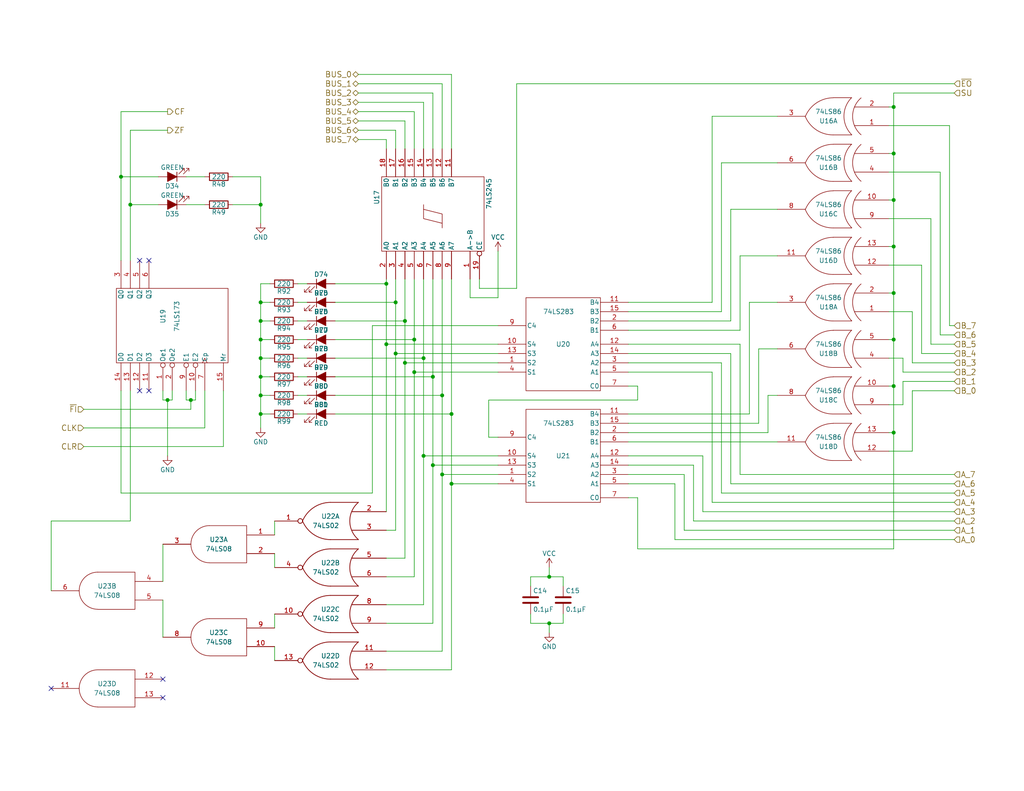
<source format=kicad_sch>
(kicad_sch (version 20230121) (generator eeschema)
  (paper "USLetter")
  (lib_symbols
    (symbol "8bit-computer-rescue:74LS02-8bit-computer-rescue" (pin_names (offset 0.762))
      (property "Reference" "U" (at 0 1.27 0))
      (property "Value" "8bit-computer-rescue:74LS02" (at 1.27 -1.27 0))
      (symbol "74LS02-8bit-computer-rescue_0_0"
        (pin power_in line (at -5.08 5.08 270) (length 0) hide (name "VCC") (number "14"))
        (pin power_in line (at -5.08 -5.08 90) (length 0) hide (name "GND") (number "7"))
      )
      (symbol "74LS02-8bit-computer-rescue_0_1"
        (arc (start -7.62 -5.08) (mid -5.2708 0) (end -7.62 5.08) (stroke (width 0.2032)))
        (arc (start 0 -5.08) (mid 4.5812 -3.6906) (end 7.62 0) (stroke (width 0.2032)))
        (polyline (pts (xy -7.62 -5.08) (xy 0 -5.08)) (stroke (width 0.2032)))
        (polyline (pts (xy -7.62 5.08) (xy 0 5.08)) (stroke (width 0.2032)))
        (arc (start 7.62 0) (mid 4.5727 3.6819) (end 0 5.08) (stroke (width 0.2032)))
      )
      (symbol "74LS02-8bit-computer-rescue_0_2"
        (polyline (pts (xy 2.54 5.08) (xy -7.62 5.08) (xy -7.62 -5.08) (xy 2.54 -5.08)) (stroke (width 0.2032)))
        (arc (start 2.5654 -5.0546) (mid 7.5947 0.0001) (end 2.5654 5.08) (stroke (width 0.2032)))
      )
      (symbol "74LS02-8bit-computer-rescue_1_1"
        (pin output inverted (at 15.24 0 180) (length 7.62) (name "~") (number "1"))
        (pin input line (at -15.24 2.54 0) (length 9.398) (name "~") (number "2"))
        (pin input line (at -15.24 -2.54 0) (length 9.398) (name "~") (number "3"))
      )
      (symbol "74LS02-8bit-computer-rescue_1_2"
        (pin output line (at 15.24 0 180) (length 7.62) (name "~") (number "1"))
        (pin input inverted (at -15.24 2.54 0) (length 7.62) (name "~") (number "2"))
        (pin input inverted (at -15.24 -2.54 0) (length 7.62) (name "~") (number "3"))
      )
      (symbol "74LS02-8bit-computer-rescue_2_1"
        (pin output inverted (at 15.24 0 180) (length 7.62) (name "~") (number "4"))
        (pin input line (at -15.24 2.54 0) (length 9.398) (name "~") (number "5"))
        (pin input line (at -15.24 -2.54 0) (length 9.398) (name "~") (number "6"))
      )
      (symbol "74LS02-8bit-computer-rescue_2_2"
        (pin output line (at 15.24 0 180) (length 7.62) (name "~") (number "4"))
        (pin input inverted (at -15.24 2.54 0) (length 7.62) (name "~") (number "5"))
        (pin input inverted (at -15.24 -2.54 0) (length 7.62) (name "~") (number "6"))
      )
      (symbol "74LS02-8bit-computer-rescue_3_1"
        (pin output inverted (at 15.24 0 180) (length 7.62) (name "~") (number "10"))
        (pin input line (at -15.24 2.54 0) (length 9.398) (name "~") (number "8"))
        (pin input line (at -15.24 -2.54 0) (length 9.398) (name "~") (number "9"))
      )
      (symbol "74LS02-8bit-computer-rescue_3_2"
        (pin output line (at 15.24 0 180) (length 7.62) (name "~") (number "10"))
        (pin input inverted (at -15.24 2.54 0) (length 7.62) (name "~") (number "8"))
        (pin input inverted (at -15.24 -2.54 0) (length 7.62) (name "~") (number "9"))
      )
      (symbol "74LS02-8bit-computer-rescue_4_1"
        (pin input line (at -15.24 2.54 0) (length 9.398) (name "~") (number "11"))
        (pin input line (at -15.24 -2.54 0) (length 9.398) (name "~") (number "12"))
        (pin output inverted (at 15.24 0 180) (length 7.62) (name "~") (number "13"))
      )
      (symbol "74LS02-8bit-computer-rescue_4_2"
        (pin input inverted (at -15.24 2.54 0) (length 7.62) (name "~") (number "11"))
        (pin input inverted (at -15.24 -2.54 0) (length 7.62) (name "~") (number "12"))
        (pin output line (at 15.24 0 180) (length 7.62) (name "~") (number "13"))
      )
    )
    (symbol "8bit-computer-rescue:74LS08-8bit-computer-rescue" (pin_names (offset 0.762))
      (property "Reference" "U" (at 0 1.27 0))
      (property "Value" "8bit-computer-rescue:74LS08" (at 0 -1.27 0))
      (symbol "74LS08-8bit-computer-rescue_0_0"
        (pin power_in line (at -5.08 5.08 90) (length 0) hide (name "VCC") (number "14"))
        (pin power_in line (at -5.08 -5.08 90) (length 0) hide (name "GND") (number "7"))
      )
      (symbol "74LS08-8bit-computer-rescue_0_1"
        (polyline (pts (xy 2.54 5.08) (xy -7.62 5.08) (xy -7.62 -5.08) (xy 2.54 -5.08)))
        (arc (start 2.5654 -5.0546) (mid 7.5947 0.0001) (end 2.5654 5.08))
      )
      (symbol "74LS08-8bit-computer-rescue_0_2"
        (arc (start -7.62 -5.0292) (mid -5.3094 0.0082) (end -7.62 5.0546))
        (arc (start 0 -5.0546) (mid 4.5632 -3.6449) (end 7.5946 0.0508))
        (polyline (pts (xy -7.62 -5.08) (xy 0 -5.08)))
        (polyline (pts (xy -7.62 5.08) (xy 0 5.08)))
        (arc (start 7.62 0) (mid 4.6132 3.6946) (end 0.0508 5.08))
      )
      (symbol "74LS08-8bit-computer-rescue_1_1"
        (pin input line (at -15.24 2.54 0) (length 7.62) (name "~") (number "1"))
        (pin input line (at -15.24 -2.54 0) (length 7.62) (name "~") (number "2"))
        (pin output line (at 15.24 0 180) (length 7.62) (name "~") (number "3"))
      )
      (symbol "74LS08-8bit-computer-rescue_1_2"
        (pin input inverted (at -15.24 2.54 0) (length 9.398) (name "~") (number "1"))
        (pin input inverted (at -15.24 -2.54 0) (length 9.398) (name "~") (number "2"))
        (pin output inverted (at 15.24 0 180) (length 7.62) (name "~") (number "3"))
      )
      (symbol "74LS08-8bit-computer-rescue_2_1"
        (pin input line (at -15.24 2.54 0) (length 7.62) (name "~") (number "4"))
        (pin input line (at -15.24 -2.54 0) (length 7.62) (name "~") (number "5"))
        (pin output line (at 15.24 0 180) (length 7.62) (name "~") (number "6"))
      )
      (symbol "74LS08-8bit-computer-rescue_2_2"
        (pin input inverted (at -15.24 2.54 0) (length 9.398) (name "~") (number "4"))
        (pin input inverted (at -15.24 -2.54 0) (length 9.398) (name "~") (number "5"))
        (pin output inverted (at 15.24 0 180) (length 7.62) (name "~") (number "6"))
      )
      (symbol "74LS08-8bit-computer-rescue_3_1"
        (pin input line (at -15.24 -2.54 0) (length 7.62) (name "~") (number "10"))
        (pin output line (at 15.24 0 180) (length 7.62) (name "~") (number "8"))
        (pin input line (at -15.24 2.54 0) (length 7.62) (name "~") (number "9"))
      )
      (symbol "74LS08-8bit-computer-rescue_3_2"
        (pin input inverted (at -15.24 -2.54 0) (length 9.398) (name "~") (number "10"))
        (pin output inverted (at 15.24 0 180) (length 7.62) (name "~") (number "8"))
        (pin input inverted (at -15.24 2.54 0) (length 9.398) (name "~") (number "9"))
      )
      (symbol "74LS08-8bit-computer-rescue_4_1"
        (pin output line (at 15.24 0 180) (length 7.62) (name "~") (number "11"))
        (pin input line (at -15.24 2.54 0) (length 7.62) (name "~") (number "12"))
        (pin input line (at -15.24 -2.54 0) (length 7.62) (name "~") (number "13"))
      )
      (symbol "74LS08-8bit-computer-rescue_4_2"
        (pin output inverted (at 15.24 0 180) (length 7.62) (name "~") (number "11"))
        (pin input inverted (at -15.24 2.54 0) (length 9.398) (name "~") (number "12"))
        (pin input inverted (at -15.24 -2.54 0) (length 9.398) (name "~") (number "13"))
      )
    )
    (symbol "8bit-computer-rescue:74LS173-8bit-computer-rescue" (pin_names (offset 0.254))
      (property "Reference" "U" (at 2.54 2.54 0))
      (property "Value" "8bit-computer-rescue:74LS173" (at 2.54 -1.27 0))
      (symbol "74LS173-8bit-computer-rescue_0_0"
        (pin power_in line (at -7.62 15.24 90) (length 0) hide (name "VCC") (number "16"))
        (pin power_in line (at -7.62 -15.24 90) (length 0) hide (name "GND") (number "8"))
      )
      (symbol "74LS173-8bit-computer-rescue_0_1"
        (rectangle (start -10.16 15.24) (end 10.16 -15.24))
      )
      (symbol "74LS173-8bit-computer-rescue_1_1"
        (pin input inverted (at -17.78 2.54 0) (length 7.62) (name "Oe1") (number "1"))
        (pin input inverted (at -17.78 -6.35 0) (length 7.62) (name "E2") (number "10"))
        (pin input line (at -17.78 6.35 0) (length 7.62) (name "D3") (number "11"))
        (pin input line (at -17.78 8.89 0) (length 7.62) (name "D2") (number "12"))
        (pin input line (at -17.78 11.43 0) (length 7.62) (name "D1") (number "13"))
        (pin input line (at -17.78 13.97 0) (length 7.62) (name "D0") (number "14"))
        (pin input line (at -17.78 -13.97 0) (length 7.62) (name "Mr") (number "15"))
        (pin input inverted (at -17.78 0 0) (length 7.62) (name "Oe2") (number "2"))
        (pin tri_state line (at 17.78 13.97 180) (length 7.62) (name "Q0") (number "3"))
        (pin tri_state line (at 17.78 11.43 180) (length 7.62) (name "Q1") (number "4"))
        (pin tri_state line (at 17.78 8.89 180) (length 7.62) (name "Q2") (number "5"))
        (pin tri_state line (at 17.78 6.35 180) (length 7.62) (name "Q3") (number "6"))
        (pin input clock (at -17.78 -8.89 0) (length 7.62) (name "Cp") (number "7"))
        (pin input inverted (at -17.78 -3.81 0) (length 7.62) (name "E1") (number "9"))
      )
    )
    (symbol "8bit-computer-rescue:74LS245-8bit-computer-rescue" (pin_names (offset 0.254))
      (property "Reference" "U" (at 2.54 14.605 0))
      (property "Value" "8bit-computer-rescue:74LS245" (at 1.27 -14.605 0))
      (symbol "74LS245-8bit-computer-rescue_0_0"
        (pin power_in line (at 0 -13.97 90) (length 0) hide (name "GND") (number "10"))
        (pin power_in line (at 0 13.97 270) (length 0) hide (name "VCC") (number "20"))
      )
      (symbol "74LS245-8bit-computer-rescue_0_1"
        (rectangle (start -10.16 13.97) (end 10.16 -13.97))
        (polyline (pts (xy 1.27 2.54) (xy 0 -2.54) (xy -2.54 -2.54)))
        (polyline (pts (xy 2.54 2.54) (xy -1.27 2.54) (xy -2.54 -2.54) (xy -3.81 -2.54)))
      )
      (symbol "74LS245-8bit-computer-rescue_1_1"
        (pin input line (at -17.78 -10.16 0) (length 7.62) (name "A->B") (number "1"))
        (pin tri_state line (at 17.78 -5.08 180) (length 7.62) (name "B7") (number "11"))
        (pin tri_state line (at 17.78 -2.54 180) (length 7.62) (name "B6") (number "12"))
        (pin tri_state line (at 17.78 0 180) (length 7.62) (name "B5") (number "13"))
        (pin tri_state line (at 17.78 2.54 180) (length 7.62) (name "B4") (number "14"))
        (pin tri_state line (at 17.78 5.08 180) (length 7.62) (name "B3") (number "15"))
        (pin tri_state line (at 17.78 7.62 180) (length 7.62) (name "B2") (number "16"))
        (pin tri_state line (at 17.78 10.16 180) (length 7.62) (name "B1") (number "17"))
        (pin tri_state line (at 17.78 12.7 180) (length 7.62) (name "B0") (number "18"))
        (pin input inverted (at -17.78 -12.7 0) (length 7.62) (name "CE") (number "19"))
        (pin tri_state line (at -17.78 12.7 0) (length 7.62) (name "A0") (number "2"))
        (pin tri_state line (at -17.78 10.16 0) (length 7.62) (name "A1") (number "3"))
        (pin tri_state line (at -17.78 7.62 0) (length 7.62) (name "A2") (number "4"))
        (pin tri_state line (at -17.78 5.08 0) (length 7.62) (name "A3") (number "5"))
        (pin tri_state line (at -17.78 2.54 0) (length 7.62) (name "A4") (number "6"))
        (pin tri_state line (at -17.78 0 0) (length 7.62) (name "A5") (number "7"))
        (pin tri_state line (at -17.78 -2.54 0) (length 7.62) (name "A6") (number "8"))
        (pin tri_state line (at -17.78 -5.08 0) (length 7.62) (name "A7") (number "9"))
      )
    )
    (symbol "8bit-computer-rescue:74LS283-8bit-computer-rescue" (pin_names (offset 0.254))
      (property "Reference" "U" (at 0 0 0))
      (property "Value" "8bit-computer-rescue:74LS283" (at 1.27 -8.89 0))
      (symbol "74LS283-8bit-computer-rescue_0_0"
        (pin power_in line (at -7.62 12.7 90) (length 0) hide (name "VCC") (number "16"))
        (pin power_in line (at -7.62 -12.7 90) (length 0) hide (name "GND") (number "8"))
      )
      (symbol "74LS283-8bit-computer-rescue_0_1"
        (rectangle (start -10.16 12.7) (end 10.16 -12.7))
      )
      (symbol "74LS283-8bit-computer-rescue_1_1"
        (pin output line (at 17.78 5.08 180) (length 7.62) (name "S2") (number "1"))
        (pin output line (at 17.78 0 180) (length 7.62) (name "S4") (number "10"))
        (pin input line (at -17.78 -11.43 0) (length 7.62) (name "B4") (number "11"))
        (pin input line (at -17.78 0 0) (length 7.62) (name "A4") (number "12"))
        (pin output line (at 17.78 2.54 180) (length 7.62) (name "S3") (number "13"))
        (pin input line (at -17.78 2.54 0) (length 7.62) (name "A3") (number "14"))
        (pin input line (at -17.78 -8.89 0) (length 7.62) (name "B3") (number "15"))
        (pin input line (at -17.78 -6.35 0) (length 7.62) (name "B2") (number "2"))
        (pin input line (at -17.78 5.08 0) (length 7.62) (name "A2") (number "3"))
        (pin output line (at 17.78 7.62 180) (length 7.62) (name "S1") (number "4"))
        (pin input line (at -17.78 7.62 0) (length 7.62) (name "A1") (number "5"))
        (pin input line (at -17.78 -3.81 0) (length 7.62) (name "B1") (number "6"))
        (pin input line (at -17.78 11.43 0) (length 7.62) (name "C0") (number "7"))
        (pin output line (at 17.78 -5.08 180) (length 7.62) (name "C4") (number "9"))
      )
    )
    (symbol "8bit-computer-rescue:74LS86-8bit-computer-rescue" (pin_names (offset 0.762) hide)
      (property "Reference" "U" (at 1.27 1.27 0))
      (property "Value" "8bit-computer-rescue:74LS86" (at 1.27 -1.27 0))
      (symbol "74LS86-8bit-computer-rescue_0_0"
        (pin power_in line (at -5.08 5.08 270) (length 0) hide (name "VCC") (number "14"))
        (pin power_in line (at -5.08 -5.08 90) (length 0) hide (name "GND") (number "7"))
      )
      (symbol "74LS86-8bit-computer-rescue_0_1"
        (arc (start -7.62 -5.0292) (mid -5.3094 0.0082) (end -7.62 5.0546))
        (arc (start -5.0292 -5.08) (mid -2.9462 -0.006) (end -5.08 5.0546))
        (arc (start 0 -5.0546) (mid 4.5632 -3.6449) (end 7.5946 0.0508))
        (polyline (pts (xy -5.08 -5.08) (xy 0 -5.08)))
        (polyline (pts (xy -5.08 5.08) (xy 0 5.08)))
        (arc (start 7.62 0) (mid 4.6132 3.6946) (end 0.0508 5.08))
      )
      (symbol "74LS86-8bit-computer-rescue_1_1"
        (pin input line (at -15.24 2.54 0) (length 9.398) (name "IN1") (number "1"))
        (pin input line (at -15.24 -2.54 0) (length 9.398) (name "IN2") (number "2"))
        (pin output line (at 15.24 0 180) (length 7.62) (name "OUT") (number "3"))
      )
      (symbol "74LS86-8bit-computer-rescue_2_1"
        (pin input line (at -15.24 2.54 0) (length 9.398) (name "IN1") (number "4"))
        (pin input line (at -15.24 -2.54 0) (length 9.398) (name "IN2") (number "5"))
        (pin output line (at 15.24 0 180) (length 7.62) (name "OUT") (number "6"))
      )
      (symbol "74LS86-8bit-computer-rescue_3_1"
        (pin input line (at -15.24 -2.54 0) (length 9.398) (name "IN2") (number "10"))
        (pin output line (at 15.24 0 180) (length 7.62) (name "OUT") (number "8"))
        (pin input line (at -15.24 2.54 0) (length 9.398) (name "IN1") (number "9"))
      )
      (symbol "74LS86-8bit-computer-rescue_4_1"
        (pin output line (at 15.24 0 180) (length 7.62) (name "OUT") (number "11"))
        (pin input line (at -15.24 2.54 0) (length 9.398) (name "IN1") (number "12"))
        (pin input line (at -15.24 -2.54 0) (length 9.398) (name "IN2") (number "13"))
      )
    )
    (symbol "8bit-computer-rescue:LED_ALT-Device" (pin_numbers hide) (pin_names (offset 1.016) hide)
      (property "Reference" "D" (at 0 2.54 0))
      (property "Value" "Device:LED_ALT" (at 0 -2.54 0))
      (symbol "LED_ALT-Device_0_1"
        (polyline (pts (xy -1.27 -1.27) (xy -1.27 1.27)) (stroke (width 0.2032)))
        (polyline (pts (xy -1.27 0) (xy 1.27 0)))
        (polyline (pts (xy 1.27 -1.27) (xy 1.27 1.27) (xy -1.27 0) (xy 1.27 -1.27)) (stroke (width 0.2032)) (fill (type outline)))
        (polyline (pts (xy -3.048 -0.762) (xy -4.572 -2.286) (xy -3.81 -2.286) (xy -4.572 -2.286) (xy -4.572 -1.524)))
        (polyline (pts (xy -1.778 -0.762) (xy -3.302 -2.286) (xy -2.54 -2.286) (xy -3.302 -2.286) (xy -3.302 -1.524)))
      )
      (symbol "LED_ALT-Device_1_1"
        (pin passive line (at -3.81 0 0) (length 2.54) (name "K") (number "1"))
        (pin passive line (at 3.81 0 180) (length 2.54) (name "A") (number "2"))
      )
    )
    (symbol "Device:C" (pin_numbers hide) (pin_names (offset 0.254))
      (property "Reference" "C" (at 0.635 2.54 0))
      (property "Value" "C" (at 0.635 -2.54 0))
      (symbol "C_0_1"
        (polyline (pts (xy -2.032 -0.762) (xy 2.032 -0.762)) (stroke (width 0.508)))
        (polyline (pts (xy -2.032 0.762) (xy 2.032 0.762)) (stroke (width 0.508)))
      )
      (symbol "C_1_1"
        (pin passive line (at 0 3.81 270) (length 2.794) (name "~") (number "1"))
        (pin passive line (at 0 -3.81 90) (length 2.794) (name "~") (number "2"))
      )
    )
    (symbol "Device:R" (pin_numbers hide) (pin_names (offset 0))
      (property "Reference" "R" (at 2.032 0 90))
      (property "Value" "R" (at 0 0 90))
      (symbol "R_0_1"
        (rectangle (start -1.016 -2.54) (end 1.016 2.54) (stroke (width 0.254)))
      )
      (symbol "R_1_1"
        (pin passive line (at 0 3.81 270) (length 1.27) (name "~") (number "1"))
        (pin passive line (at 0 -3.81 90) (length 1.27) (name "~") (number "2"))
      )
    )
    (symbol "power:GND" (power) (pin_names (offset 0))
      (property "Value" "GND" (at 0 -3.81 0))
      (symbol "GND_0_1"
        (polyline (pts (xy 0 0) (xy 0 -1.27) (xy 1.27 -1.27) (xy 0 -2.54) (xy -1.27 -1.27) (xy 0 -1.27)))
      )
      (symbol "GND_1_1"
        (pin power_in line (at 0 0 270) (length 0) hide (name "GND") (number "1"))
      )
    )
    (symbol "power:VCC" (power) (pin_names (offset 0))
      (property "Value" "VCC" (at 0 3.81 0))
      (symbol "VCC_0_1"
        (polyline (pts (xy -0.762 1.27) (xy 0 2.54)))
        (polyline (pts (xy 0 0) (xy 0 2.54)))
        (polyline (pts (xy 0 2.54) (xy 0.762 1.27)))
      )
      (symbol "VCC_1_1"
        (pin power_in line (at 0 0 90) (length 0) hide (name "VCC") (number "1"))
      )
    )
  )
  (junction (at 52.07 109.22))
  (junction (at 115.57 97.79))
  (junction (at 71.12 87.63))
  (junction (at 35.56 55.88))
  (junction (at 115.57 124.46))
  (junction (at 243.84 67.31))
  (junction (at 123.19 113.03))
  (junction (at 110.49 87.63))
  (junction (at 71.12 97.79))
  (junction (at 243.84 54.61))
  (junction (at 71.12 107.95))
  (junction (at 113.03 92.71))
  (junction (at 110.49 99.06))
  (junction (at 118.11 127))
  (junction (at 149.86 170.18))
  (junction (at 243.84 41.91))
  (junction (at 33.02 48.26))
  (junction (at 71.12 92.71))
  (junction (at 105.41 93.98))
  (junction (at 107.95 96.52))
  (junction (at 113.03 101.6))
  (junction (at 71.12 113.03))
  (junction (at 118.11 102.87))
  (junction (at 71.12 102.87))
  (junction (at 243.84 118.11))
  (junction (at 243.84 92.71))
  (junction (at 71.12 82.55))
  (junction (at 123.19 132.08))
  (junction (at 243.84 29.21))
  (junction (at 107.95 82.55))
  (junction (at 243.84 105.41))
  (junction (at 45.72 109.22))
  (junction (at 120.65 129.54))
  (junction (at 105.41 77.47))
  (junction (at 149.86 157.48))
  (junction (at 243.84 80.01))
  (junction (at 120.65 107.95))
  (junction (at 71.12 55.88))
  (no_connect (at 40.64 71.12))
  (no_connect (at 44.45 185.42))
  (no_connect (at 38.1 106.68))
  (no_connect (at 40.64 106.68))
  (no_connect (at 13.97 187.96))
  (no_connect (at 38.1 71.12))
  (no_connect (at 44.45 190.5))
  (wire (pts (xy 81.28 77.47) (xy 83.82 77.47)))
  (wire (pts (xy 97.79 20.32) (xy 123.19 20.32)))
  (wire (pts (xy 123.19 76.2) (xy 123.19 113.03)))
  (wire (pts (xy 248.92 85.09) (xy 248.92 99.06)))
  (wire (pts (xy 71.12 92.71) (xy 71.12 87.63)))
  (wire (pts (xy 115.57 124.46) (xy 115.57 165.1)))
  (wire (pts (xy 191.77 124.46) (xy 191.77 139.7)))
  (wire (pts (xy 115.57 124.46) (xy 135.89 124.46)))
  (wire (pts (xy 81.28 97.79) (xy 83.82 97.79)))
  (wire (pts (xy 171.45 132.08) (xy 184.15 132.08)))
  (wire (pts (xy 74.93 176.53) (xy 74.93 180.34)))
  (wire (pts (xy 118.11 127) (xy 135.89 127)))
  (wire (pts (xy 243.84 29.21) (xy 243.84 41.91)))
  (wire (pts (xy 120.65 129.54) (xy 120.65 177.8)))
  (wire (pts (xy 207.01 95.25) (xy 212.09 95.25)))
  (wire (pts (xy 97.79 30.48) (xy 113.03 30.48)))
  (wire (pts (xy 107.95 96.52) (xy 107.95 144.78)))
  (wire (pts (xy 120.65 129.54) (xy 135.89 129.54)))
  (wire (pts (xy 74.93 167.64) (xy 74.93 171.45)))
  (wire (pts (xy 55.88 116.84) (xy 55.88 106.68)))
  (wire (pts (xy 115.57 97.79) (xy 115.57 124.46)))
  (wire (pts (xy 73.66 113.03) (xy 71.12 113.03)))
  (wire (pts (xy 196.85 44.45) (xy 212.09 44.45)))
  (wire (pts (xy 144.78 157.48) (xy 149.86 157.48)))
  (wire (pts (xy 71.12 77.47) (xy 73.66 77.47)))
  (wire (pts (xy 171.45 118.11) (xy 209.55 118.11)))
  (wire (pts (xy 242.57 110.49) (xy 246.38 110.49)))
  (wire (pts (xy 43.18 55.88) (xy 35.56 55.88)))
  (wire (pts (xy 118.11 127) (xy 118.11 170.18)))
  (wire (pts (xy 120.65 177.8) (xy 105.41 177.8)))
  (wire (pts (xy 123.19 20.32) (xy 123.19 40.64)))
  (wire (pts (xy 149.86 170.18) (xy 153.67 170.18)))
  (wire (pts (xy 259.08 88.9) (xy 260.35 88.9)))
  (wire (pts (xy 171.45 87.63) (xy 199.39 87.63)))
  (wire (pts (xy 171.45 127) (xy 189.23 127)))
  (wire (pts (xy 33.02 134.62) (xy 33.02 106.68)))
  (wire (pts (xy 140.97 22.86) (xy 140.97 78.74)))
  (wire (pts (xy 107.95 96.52) (xy 135.89 96.52)))
  (wire (pts (xy 91.44 87.63) (xy 110.49 87.63)))
  (wire (pts (xy 46.99 109.22) (xy 46.99 106.68)))
  (wire (pts (xy 144.78 160.02) (xy 144.78 157.48)))
  (wire (pts (xy 135.89 88.9) (xy 101.6 88.9)))
  (wire (pts (xy 63.5 48.26) (xy 71.12 48.26)))
  (wire (pts (xy 242.57 34.29) (xy 259.08 34.29)))
  (wire (pts (xy 243.84 41.91) (xy 243.84 54.61)))
  (wire (pts (xy 196.85 134.62) (xy 260.35 134.62)))
  (wire (pts (xy 33.02 48.26) (xy 33.02 71.12)))
  (wire (pts (xy 113.03 157.48) (xy 105.41 157.48)))
  (wire (pts (xy 173.99 135.89) (xy 171.45 135.89)))
  (wire (pts (xy 107.95 82.55) (xy 107.95 96.52)))
  (wire (pts (xy 115.57 27.94) (xy 115.57 40.64)))
  (wire (pts (xy 171.45 99.06) (xy 196.85 99.06)))
  (wire (pts (xy 113.03 30.48) (xy 113.03 40.64)))
  (wire (pts (xy 120.65 76.2) (xy 120.65 107.95)))
  (wire (pts (xy 45.72 30.48) (xy 33.02 30.48)))
  (wire (pts (xy 81.28 82.55) (xy 83.82 82.55)))
  (wire (pts (xy 153.67 170.18) (xy 153.67 167.64)))
  (wire (pts (xy 107.95 35.56) (xy 107.95 40.64)))
  (wire (pts (xy 246.38 110.49) (xy 246.38 104.14)))
  (wire (pts (xy 123.19 132.08) (xy 135.89 132.08)))
  (wire (pts (xy 71.12 55.88) (xy 71.12 60.96)))
  (wire (pts (xy 243.84 25.4) (xy 260.35 25.4)))
  (wire (pts (xy 243.84 80.01) (xy 243.84 92.71)))
  (wire (pts (xy 194.31 82.55) (xy 194.31 31.75)))
  (wire (pts (xy 110.49 152.4) (xy 105.41 152.4)))
  (wire (pts (xy 243.84 80.01) (xy 242.57 80.01)))
  (wire (pts (xy 81.28 87.63) (xy 83.82 87.63)))
  (wire (pts (xy 133.35 119.38) (xy 133.35 109.22)))
  (wire (pts (xy 13.97 161.29) (xy 13.97 142.24)))
  (wire (pts (xy 243.84 54.61) (xy 243.84 67.31)))
  (wire (pts (xy 201.93 69.85) (xy 212.09 69.85)))
  (wire (pts (xy 97.79 22.86) (xy 120.65 22.86)))
  (wire (pts (xy 243.84 41.91) (xy 242.57 41.91)))
  (wire (pts (xy 115.57 165.1) (xy 105.41 165.1)))
  (wire (pts (xy 251.46 72.39) (xy 251.46 96.52)))
  (wire (pts (xy 105.41 76.2) (xy 105.41 77.47)))
  (wire (pts (xy 120.65 107.95) (xy 120.65 129.54)))
  (wire (pts (xy 91.44 92.71) (xy 113.03 92.71)))
  (wire (pts (xy 44.45 109.22) (xy 45.72 109.22)))
  (wire (pts (xy 107.95 76.2) (xy 107.95 82.55)))
  (wire (pts (xy 71.12 55.88) (xy 63.5 55.88)))
  (wire (pts (xy 189.23 127) (xy 189.23 142.24)))
  (wire (pts (xy 248.92 106.68) (xy 248.92 123.19)))
  (wire (pts (xy 71.12 92.71) (xy 73.66 92.71)))
  (wire (pts (xy 13.97 142.24) (xy 35.56 142.24)))
  (wire (pts (xy 149.86 157.48) (xy 153.67 157.48)))
  (wire (pts (xy 243.84 67.31) (xy 243.84 80.01)))
  (wire (pts (xy 105.41 38.1) (xy 105.41 40.64)))
  (wire (pts (xy 256.54 91.44) (xy 260.35 91.44)))
  (wire (pts (xy 91.44 107.95) (xy 120.65 107.95)))
  (wire (pts (xy 71.12 102.87) (xy 73.66 102.87)))
  (wire (pts (xy 74.93 151.13) (xy 74.93 154.94)))
  (wire (pts (xy 110.49 99.06) (xy 135.89 99.06)))
  (wire (pts (xy 243.84 29.21) (xy 242.57 29.21)))
  (wire (pts (xy 149.86 154.94) (xy 149.86 157.48)))
  (wire (pts (xy 118.11 102.87) (xy 118.11 127)))
  (wire (pts (xy 35.56 142.24) (xy 35.56 106.68)))
  (wire (pts (xy 260.35 106.68) (xy 248.92 106.68)))
  (wire (pts (xy 171.45 101.6) (xy 194.31 101.6)))
  (wire (pts (xy 55.88 55.88) (xy 50.8 55.88)))
  (wire (pts (xy 101.6 88.9) (xy 101.6 134.62)))
  (wire (pts (xy 71.12 87.63) (xy 71.12 82.55)))
  (wire (pts (xy 242.57 46.99) (xy 256.54 46.99)))
  (wire (pts (xy 199.39 132.08) (xy 260.35 132.08)))
  (wire (pts (xy 153.67 157.48) (xy 153.67 160.02)))
  (wire (pts (xy 194.31 31.75) (xy 212.09 31.75)))
  (wire (pts (xy 254 59.69) (xy 254 93.98)))
  (wire (pts (xy 130.81 76.2) (xy 130.81 78.74)))
  (wire (pts (xy 144.78 170.18) (xy 149.86 170.18)))
  (wire (pts (xy 81.28 113.03) (xy 83.82 113.03)))
  (wire (pts (xy 171.45 120.65) (xy 212.09 120.65)))
  (wire (pts (xy 22.86 121.92) (xy 60.96 121.92)))
  (wire (pts (xy 71.12 82.55) (xy 71.12 77.47)))
  (wire (pts (xy 118.11 170.18) (xy 105.41 170.18)))
  (wire (pts (xy 171.45 96.52) (xy 199.39 96.52)))
  (wire (pts (xy 189.23 142.24) (xy 260.35 142.24)))
  (wire (pts (xy 105.41 77.47) (xy 105.41 93.98)))
  (wire (pts (xy 191.77 139.7) (xy 260.35 139.7)))
  (wire (pts (xy 194.31 101.6) (xy 194.31 137.16)))
  (wire (pts (xy 186.69 144.78) (xy 260.35 144.78)))
  (wire (pts (xy 123.19 113.03) (xy 123.19 132.08)))
  (wire (pts (xy 173.99 109.22) (xy 173.99 105.41)))
  (wire (pts (xy 97.79 25.4) (xy 118.11 25.4)))
  (wire (pts (xy 50.8 109.22) (xy 52.07 109.22)))
  (wire (pts (xy 71.12 97.79) (xy 71.12 92.71)))
  (wire (pts (xy 45.72 109.22) (xy 45.72 124.46)))
  (wire (pts (xy 246.38 97.79) (xy 246.38 101.6)))
  (wire (pts (xy 110.49 76.2) (xy 110.49 87.63)))
  (wire (pts (xy 171.45 115.57) (xy 207.01 115.57)))
  (wire (pts (xy 242.57 97.79) (xy 246.38 97.79)))
  (wire (pts (xy 246.38 101.6) (xy 260.35 101.6)))
  (wire (pts (xy 171.45 85.09) (xy 196.85 85.09)))
  (wire (pts (xy 171.45 93.98) (xy 201.93 93.98)))
  (wire (pts (xy 44.45 148.59) (xy 44.45 158.75)))
  (wire (pts (xy 186.69 129.54) (xy 186.69 144.78)))
  (wire (pts (xy 113.03 76.2) (xy 113.03 92.71)))
  (wire (pts (xy 128.27 81.28) (xy 135.89 81.28)))
  (wire (pts (xy 73.66 107.95) (xy 71.12 107.95)))
  (wire (pts (xy 196.85 85.09) (xy 196.85 44.45)))
  (wire (pts (xy 22.86 116.84) (xy 55.88 116.84)))
  (wire (pts (xy 81.28 107.95) (xy 83.82 107.95)))
  (wire (pts (xy 199.39 57.15) (xy 212.09 57.15)))
  (wire (pts (xy 91.44 102.87) (xy 118.11 102.87)))
  (wire (pts (xy 50.8 48.26) (xy 55.88 48.26)))
  (wire (pts (xy 201.93 129.54) (xy 260.35 129.54)))
  (wire (pts (xy 113.03 92.71) (xy 113.03 101.6)))
  (wire (pts (xy 60.96 121.92) (xy 60.96 106.68)))
  (wire (pts (xy 101.6 134.62) (xy 33.02 134.62)))
  (wire (pts (xy 149.86 170.18) (xy 149.86 172.72)))
  (wire (pts (xy 184.15 132.08) (xy 184.15 147.32)))
  (wire (pts (xy 171.45 113.03) (xy 204.47 113.03)))
  (wire (pts (xy 44.45 106.68) (xy 44.45 109.22)))
  (wire (pts (xy 71.12 116.84) (xy 71.12 113.03)))
  (wire (pts (xy 53.34 109.22) (xy 53.34 106.68)))
  (wire (pts (xy 242.57 85.09) (xy 248.92 85.09)))
  (wire (pts (xy 242.57 59.69) (xy 254 59.69)))
  (wire (pts (xy 196.85 99.06) (xy 196.85 134.62)))
  (wire (pts (xy 243.84 92.71) (xy 243.84 105.41)))
  (wire (pts (xy 110.49 87.63) (xy 110.49 99.06)))
  (wire (pts (xy 35.56 35.56) (xy 45.72 35.56)))
  (wire (pts (xy 91.44 113.03) (xy 123.19 113.03)))
  (wire (pts (xy 97.79 27.94) (xy 115.57 27.94)))
  (wire (pts (xy 173.99 149.86) (xy 173.99 135.89)))
  (wire (pts (xy 35.56 55.88) (xy 35.56 71.12)))
  (wire (pts (xy 243.84 105.41) (xy 242.57 105.41)))
  (wire (pts (xy 71.12 102.87) (xy 71.12 97.79)))
  (wire (pts (xy 209.55 107.95) (xy 212.09 107.95)))
  (wire (pts (xy 81.28 92.71) (xy 83.82 92.71)))
  (wire (pts (xy 207.01 115.57) (xy 207.01 95.25)))
  (wire (pts (xy 243.84 118.11) (xy 243.84 149.86)))
  (wire (pts (xy 22.86 111.76) (xy 52.07 111.76)))
  (wire (pts (xy 91.44 97.79) (xy 115.57 97.79)))
  (wire (pts (xy 204.47 82.55) (xy 212.09 82.55)))
  (wire (pts (xy 209.55 118.11) (xy 209.55 107.95)))
  (wire (pts (xy 118.11 25.4) (xy 118.11 40.64)))
  (wire (pts (xy 199.39 87.63) (xy 199.39 57.15)))
  (wire (pts (xy 120.65 22.86) (xy 120.65 40.64)))
  (wire (pts (xy 204.47 113.03) (xy 204.47 82.55)))
  (wire (pts (xy 43.18 48.26) (xy 33.02 48.26)))
  (wire (pts (xy 201.93 90.17) (xy 201.93 69.85)))
  (wire (pts (xy 260.35 22.86) (xy 140.97 22.86)))
  (wire (pts (xy 256.54 46.99) (xy 256.54 91.44)))
  (wire (pts (xy 91.44 77.47) (xy 105.41 77.47)))
  (wire (pts (xy 105.41 93.98) (xy 135.89 93.98)))
  (wire (pts (xy 74.93 142.24) (xy 74.93 146.05)))
  (wire (pts (xy 71.12 82.55) (xy 73.66 82.55)))
  (wire (pts (xy 110.49 99.06) (xy 110.49 152.4)))
  (wire (pts (xy 259.08 34.29) (xy 259.08 88.9)))
  (wire (pts (xy 44.45 173.99) (xy 44.45 163.83)))
  (wire (pts (xy 171.45 90.17) (xy 201.93 90.17)))
  (wire (pts (xy 50.8 109.22) (xy 50.8 106.68)))
  (wire (pts (xy 171.45 129.54) (xy 186.69 129.54)))
  (wire (pts (xy 97.79 35.56) (xy 107.95 35.56)))
  (wire (pts (xy 97.79 33.02) (xy 110.49 33.02)))
  (wire (pts (xy 144.78 167.64) (xy 144.78 170.18)))
  (wire (pts (xy 118.11 76.2) (xy 118.11 102.87)))
  (wire (pts (xy 171.45 124.46) (xy 191.77 124.46)))
  (wire (pts (xy 105.41 93.98) (xy 105.41 139.7)))
  (wire (pts (xy 243.84 92.71) (xy 242.57 92.71)))
  (wire (pts (xy 243.84 105.41) (xy 243.84 118.11)))
  (wire (pts (xy 71.12 113.03) (xy 71.12 107.95)))
  (wire (pts (xy 73.66 97.79) (xy 71.12 97.79)))
  (wire (pts (xy 243.84 67.31) (xy 242.57 67.31)))
  (wire (pts (xy 71.12 48.26) (xy 71.12 55.88)))
  (wire (pts (xy 81.28 102.87) (xy 83.82 102.87)))
  (wire (pts (xy 201.93 93.98) (xy 201.93 129.54)))
  (wire (pts (xy 173.99 105.41) (xy 171.45 105.41)))
  (wire (pts (xy 35.56 35.56) (xy 35.56 55.88)))
  (wire (pts (xy 110.49 33.02) (xy 110.49 40.64)))
  (wire (pts (xy 97.79 38.1) (xy 105.41 38.1)))
  (wire (pts (xy 243.84 118.11) (xy 242.57 118.11)))
  (wire (pts (xy 246.38 104.14) (xy 260.35 104.14)))
  (wire (pts (xy 107.95 144.78) (xy 105.41 144.78)))
  (wire (pts (xy 135.89 119.38) (xy 133.35 119.38)))
  (wire (pts (xy 251.46 96.52) (xy 260.35 96.52)))
  (wire (pts (xy 113.03 101.6) (xy 135.89 101.6)))
  (wire (pts (xy 115.57 76.2) (xy 115.57 97.79)))
  (wire (pts (xy 243.84 25.4) (xy 243.84 29.21)))
  (wire (pts (xy 194.31 137.16) (xy 260.35 137.16)))
  (wire (pts (xy 171.45 82.55) (xy 194.31 82.55)))
  (wire (pts (xy 248.92 99.06) (xy 260.35 99.06)))
  (wire (pts (xy 123.19 182.88) (xy 105.41 182.88)))
  (wire (pts (xy 135.89 81.28) (xy 135.89 68.58)))
  (wire (pts (xy 184.15 147.32) (xy 260.35 147.32)))
  (wire (pts (xy 52.07 111.76) (xy 52.07 109.22)))
  (wire (pts (xy 123.19 132.08) (xy 123.19 182.88)))
  (wire (pts (xy 91.44 82.55) (xy 107.95 82.55)))
  (wire (pts (xy 73.66 87.63) (xy 71.12 87.63)))
  (wire (pts (xy 133.35 109.22) (xy 173.99 109.22)))
  (wire (pts (xy 243.84 149.86) (xy 173.99 149.86)))
  (wire (pts (xy 130.81 78.74) (xy 140.97 78.74)))
  (wire (pts (xy 243.84 54.61) (xy 242.57 54.61)))
  (wire (pts (xy 33.02 30.48) (xy 33.02 48.26)))
  (wire (pts (xy 248.92 123.19) (xy 242.57 123.19)))
  (wire (pts (xy 52.07 109.22) (xy 53.34 109.22)))
  (wire (pts (xy 254 93.98) (xy 260.35 93.98)))
  (wire (pts (xy 113.03 101.6) (xy 113.03 157.48)))
  (wire (pts (xy 199.39 96.52) (xy 199.39 132.08)))
  (wire (pts (xy 45.72 109.22) (xy 46.99 109.22)))
  (wire (pts (xy 128.27 76.2) (xy 128.27 81.28)))
  (wire (pts (xy 242.57 72.39) (xy 251.46 72.39)))
  (wire (pts (xy 71.12 107.95) (xy 71.12 102.87)))
  (hierarchical_label "B_7" (shape input) (at 260.35 88.9 0) (effects (font (size 1.524 1.524))))
  (hierarchical_label "A_7" (shape input) (at 260.35 129.54 0) (effects (font (size 1.524 1.524))))
  (hierarchical_label "BUS_4" (shape tri_state) (at 97.79 30.48 180) (effects (font (size 1.524 1.524))))
  (hierarchical_label "BUS_7" (shape tri_state) (at 97.79 38.1 180) (effects (font (size 1.524 1.524))))
  (hierarchical_label "BUS_5" (shape tri_state) (at 97.79 33.02 180) (effects (font (size 1.524 1.524))))
  (hierarchical_label "~{EO}" (shape input) (at 260.35 22.86 0) (effects (font (size 1.524 1.524))))
  (hierarchical_label "BUS_6" (shape tri_state) (at 97.79 35.56 180) (effects (font (size 1.524 1.524))))
  (hierarchical_label "B_5" (shape input) (at 260.35 93.98 0) (effects (font (size 1.524 1.524))))
  (hierarchical_label "B_3" (shape input) (at 260.35 99.06 0) (effects (font (size 1.524 1.524))))
  (hierarchical_label "CLR" (shape input) (at 22.86 121.92 180) (effects (font (size 1.524 1.524))))
  (hierarchical_label "A_4" (shape input) (at 260.35 137.16 0) (effects (font (size 1.524 1.524))))
  (hierarchical_label "CLK" (shape input) (at 22.86 116.84 180) (effects (font (size 1.524 1.524))))
  (hierarchical_label "B_2" (shape input) (at 260.35 101.6 0) (effects (font (size 1.524 1.524))))
  (hierarchical_label "A_1" (shape input) (at 260.35 144.78 0) (effects (font (size 1.524 1.524))))
  (hierarchical_label "A_6" (shape input) (at 260.35 132.08 0) (effects (font (size 1.524 1.524))))
  (hierarchical_label "BUS_3" (shape tri_state) (at 97.79 27.94 180) (effects (font (size 1.524 1.524))))
  (hierarchical_label "ZF" (shape output) (at 45.72 35.56 0) (effects (font (size 1.524 1.524))))
  (hierarchical_label "BUS_1" (shape tri_state) (at 97.79 22.86 180) (effects (font (size 1.524 1.524))))
  (hierarchical_label "B_6" (shape input) (at 260.35 91.44 0) (effects (font (size 1.524 1.524))))
  (hierarchical_label "B_1" (shape input) (at 260.35 104.14 0) (effects (font (size 1.524 1.524))))
  (hierarchical_label "B_4" (shape input) (at 260.35 96.52 0) (effects (font (size 1.524 1.524))))
  (hierarchical_label "A_5" (shape input) (at 260.35 134.62 0) (effects (font (size 1.524 1.524))))
  (hierarchical_label "A_3" (shape input) (at 260.35 139.7 0) (effects (font (size 1.524 1.524))))
  (hierarchical_label "CF" (shape output) (at 45.72 30.48 0) (effects (font (size 1.524 1.524))))
  (hierarchical_label "A_0" (shape input) (at 260.35 147.32 0) (effects (font (size 1.524 1.524))))
  (hierarchical_label "A_2" (shape input) (at 260.35 142.24 0) (effects (font (size 1.524 1.524))))
  (hierarchical_label "SU" (shape input) (at 260.35 25.4 0) (effects (font (size 1.524 1.524))))
  (hierarchical_label "B_0" (shape input) (at 260.35 106.68 0) (effects (font (size 1.524 1.524))))
  (hierarchical_label "BUS_2" (shape tri_state) (at 97.79 25.4 180) (effects (font (size 1.524 1.524))))
  (hierarchical_label "BUS_0" (shape tri_state) (at 97.79 20.32 180) (effects (font (size 1.524 1.524))))
  (hierarchical_label "~{FI}" (shape input) (at 22.86 111.76 180) (effects (font (size 1.524 1.524))))
  (symbol (lib_id "8bit-computer-rescue:74LS245-8bit-computer-rescue") (at 118.11 58.42 90) (unit 1)
    (property "Reference" "U17" (at 103.505 55.88 0) (effects (justify left bottom)))
    (property "Value" "74LS245" (at 132.715 57.15 0) (effects (justify left top)))
    (property "Footprint" "Package_DIP:DIP-20_W7.62mm" (effects hide))
  )
  (symbol (lib_id "8bit-computer-rescue:74LS283-8bit-computer-rescue") (at 153.67 93.98 180) (unit 1)
    (property "Reference" "U20" (at 153.67 93.98 0))
    (property "Value" "74LS283" (at 152.4 85.09 0))
    (property "Footprint" "Package_DIP:DIP-16_W7.62mm" (effects hide))
  )
  (symbol (lib_id "8bit-computer-rescue:74LS283-8bit-computer-rescue") (at 153.67 124.46 180) (unit 1)
    (property "Reference" "U21" (at 153.67 124.46 0))
    (property "Value" "74LS283" (at 152.4 115.57 0))
    (property "Footprint" "Package_DIP:DIP-16_W7.62mm" (effects hide))
  )
  (symbol (lib_id "8bit-computer-rescue:74LS86-8bit-computer-rescue") (at 227.33 107.95 180) (unit 3)
    (property "Reference" "U18" (at 226.06 109.22 0))
    (property "Value" "74LS86" (at 226.06 106.68 0))
    (property "Footprint" "Package_DIP:DIP-14_W7.62mm" (effects hide))
  )
  (symbol (lib_id "8bit-computer-rescue:74LS86-8bit-computer-rescue") (at 227.33 120.65 180) (unit 4)
    (property "Reference" "U18" (at 226.06 121.92 0))
    (property "Value" "74LS86" (at 226.06 119.38 0))
    (property "Footprint" "Package_DIP:DIP-14_W7.62mm" (effects hide))
  )
  (symbol (lib_id "8bit-computer-rescue:74LS86-8bit-computer-rescue") (at 227.33 82.55 180) (unit 1)
    (property "Reference" "U18" (at 226.06 83.82 0))
    (property "Value" "74LS86" (at 226.06 81.28 0))
    (property "Footprint" "Package_DIP:DIP-14_W7.62mm" (effects hide))
  )
  (symbol (lib_id "8bit-computer-rescue:74LS86-8bit-computer-rescue") (at 227.33 95.25 180) (unit 2)
    (property "Reference" "U18" (at 226.06 96.52 0))
    (property "Value" "74LS86" (at 226.06 93.98 0))
    (property "Footprint" "Package_DIP:DIP-14_W7.62mm" (effects hide))
  )
  (symbol (lib_id "8bit-computer-rescue:74LS86-8bit-computer-rescue") (at 227.33 57.15 180) (unit 3)
    (property "Reference" "U16" (at 226.06 58.42 0))
    (property "Value" "74LS86" (at 226.06 55.88 0))
    (property "Footprint" "Package_DIP:DIP-14_W7.62mm" (effects hide))
  )
  (symbol (lib_id "8bit-computer-rescue:74LS86-8bit-computer-rescue") (at 227.33 69.85 180) (unit 4)
    (property "Reference" "U16" (at 226.06 71.12 0))
    (property "Value" "74LS86" (at 226.06 68.58 0))
    (property "Footprint" "Package_DIP:DIP-14_W7.62mm" (effects hide))
  )
  (symbol (lib_id "8bit-computer-rescue:74LS86-8bit-computer-rescue") (at 227.33 31.75 180) (unit 1)
    (property "Reference" "U16" (at 226.06 33.02 0))
    (property "Value" "74LS86" (at 226.06 30.48 0))
    (property "Footprint" "Package_DIP:DIP-14_W7.62mm" (effects hide))
  )
  (symbol (lib_id "8bit-computer-rescue:74LS86-8bit-computer-rescue") (at 227.33 44.45 180) (unit 2)
    (property "Reference" "U16" (at 226.06 45.72 0))
    (property "Value" "74LS86" (at 226.06 43.18 0))
    (property "Footprint" "Package_DIP:DIP-14_W7.62mm" (effects hide))
  )
  (symbol (lib_id "power:VCC") (at 135.89 68.58 0) (unit 1)
    (property "Reference" "#PWR030" (effects hide))
    (property "Value" "VCC" (at 135.89 64.77 0))
  )
  (symbol (lib_id "8bit-computer-rescue:74LS02-8bit-computer-rescue") (at 90.17 142.24 0) (mirror y) (unit 1)
    (property "Reference" "U22" (at 90.17 140.97 0))
    (property "Value" "74LS02" (at 88.9 143.51 0))
    (property "Footprint" "Package_DIP:DIP-14_W7.62mm" (effects hide))
  )
  (symbol (lib_id "8bit-computer-rescue:74LS02-8bit-computer-rescue") (at 90.17 154.94 0) (mirror y) (unit 2)
    (property "Reference" "U22" (at 90.17 153.67 0))
    (property "Value" "74LS02" (at 88.9 156.21 0))
    (property "Footprint" "Package_DIP:DIP-14_W7.62mm" (effects hide))
  )
  (symbol (lib_id "8bit-computer-rescue:74LS02-8bit-computer-rescue") (at 90.17 167.64 0) (mirror y) (unit 3)
    (property "Reference" "U22" (at 90.17 166.37 0))
    (property "Value" "74LS02" (at 88.9 168.91 0))
    (property "Footprint" "Package_DIP:DIP-14_W7.62mm" (effects hide))
  )
  (symbol (lib_id "8bit-computer-rescue:74LS02-8bit-computer-rescue") (at 90.17 180.34 0) (mirror y) (unit 4)
    (property "Reference" "U22" (at 90.17 179.07 0))
    (property "Value" "74LS02" (at 88.9 181.61 0))
    (property "Footprint" "Package_DIP:DIP-14_W7.62mm" (effects hide))
  )
  (symbol (lib_id "8bit-computer-rescue:74LS08-8bit-computer-rescue") (at 59.69 148.59 0) (mirror y) (unit 1)
    (property "Reference" "U23" (at 59.69 147.32 0))
    (property "Value" "74LS08" (at 59.69 149.86 0))
    (property "Footprint" "Package_DIP:DIP-14_W7.62mm" (effects hide))
  )
  (symbol (lib_id "8bit-computer-rescue:74LS08-8bit-computer-rescue") (at 29.21 187.96 0) (mirror y) (unit 4)
    (property "Reference" "U23" (at 29.21 186.69 0))
    (property "Value" "74LS08" (at 29.21 189.23 0))
    (property "Footprint" "Package_DIP:DIP-14_W7.62mm" (effects hide))
  )
  (symbol (lib_id "8bit-computer-rescue:74LS08-8bit-computer-rescue") (at 29.21 161.29 0) (mirror y) (unit 2)
    (property "Reference" "U23" (at 29.21 160.02 0))
    (property "Value" "74LS08" (at 29.21 162.56 0))
    (property "Footprint" "Package_DIP:DIP-14_W7.62mm" (effects hide))
  )
  (symbol (lib_id "8bit-computer-rescue:74LS08-8bit-computer-rescue") (at 59.69 173.99 0) (mirror y) (unit 3)
    (property "Reference" "U23" (at 59.69 172.72 0))
    (property "Value" "74LS08" (at 59.69 175.26 0))
    (property "Footprint" "Package_DIP:DIP-14_W7.62mm" (effects hide))
  )
  (symbol (lib_id "8bit-computer-rescue:74LS173-8bit-computer-rescue") (at 46.99 88.9 90) (unit 1)
    (property "Reference" "U19" (at 44.45 86.36 0))
    (property "Value" "74LS173" (at 48.26 86.36 0))
    (property "Footprint" "Package_DIP:DIP-16_W7.62mm" (effects hide))
  )
  (symbol (lib_id "power:GND") (at 45.72 124.46 0) (unit 1)
    (property "Reference" "#PWR031" (effects hide))
    (property "Value" "GND" (at 45.72 128.27 0))
  )
  (symbol (lib_id "8bit-computer-rescue:LED_ALT-Device") (at 46.99 48.26 180) (unit 1)
    (property "Reference" "D34" (at 46.99 50.8 0))
    (property "Value" "GREEN" (at 46.99 45.72 0))
    (property "Footprint" "LED_THT:LED_D5.0mm" (effects hide))
  )
  (symbol (lib_id "8bit-computer-rescue:LED_ALT-Device") (at 46.99 55.88 180) (unit 1)
    (property "Reference" "D35" (at 46.99 58.42 0))
    (property "Value" "GREEN" (at 46.99 53.34 0))
    (property "Footprint" "LED_THT:LED_D5.0mm" (effects hide))
  )
  (symbol (lib_id "Device:R") (at 59.69 48.26 270) (unit 1)
    (property "Reference" "R48" (at 59.69 50.292 90))
    (property "Value" "220" (at 59.69 48.26 90))
    (property "Footprint" "Resistor_THT:R_Axial_DIN0207_L6.3mm_D2.5mm_P7.62mm_Horizontal" (effects hide))
  )
  (symbol (lib_id "Device:R") (at 59.69 55.88 270) (unit 1)
    (property "Reference" "R49" (at 59.69 57.912 90))
    (property "Value" "220" (at 59.69 55.88 90))
    (property "Footprint" "Resistor_THT:R_Axial_DIN0207_L6.3mm_D2.5mm_P7.62mm_Horizontal" (effects hide))
  )
  (symbol (lib_id "power:GND") (at 71.12 60.96 0) (unit 1)
    (property "Reference" "#PWR032" (effects hide))
    (property "Value" "GND" (at 71.12 64.77 0))
  )
  (symbol (lib_id "Device:C") (at 144.78 163.83 0) (unit 1)
    (property "Reference" "C14" (at 145.415 161.29 0) (effects (justify left)))
    (property "Value" "0.1µF" (at 145.415 166.37 0) (effects (justify left)))
    (property "Footprint" "Capacitor_THT:C_Disc_D4.3mm_W1.9mm_P5.00mm" (effects hide))
  )
  (symbol (lib_id "power:VCC") (at 149.86 154.94 0) (unit 1)
    (property "Reference" "#PWR033" (effects hide))
    (property "Value" "VCC" (at 149.86 151.13 0))
  )
  (symbol (lib_id "power:GND") (at 149.86 172.72 0) (unit 1)
    (property "Reference" "#PWR034" (effects hide))
    (property "Value" "GND" (at 149.86 176.53 0))
  )
  (symbol (lib_id "Device:C") (at 153.67 163.83 0) (unit 1)
    (property "Reference" "C15" (at 154.305 161.29 0) (effects (justify left)))
    (property "Value" "0.1µF" (at 154.305 166.37 0) (effects (justify left)))
    (property "Footprint" "Capacitor_THT:C_Disc_D4.3mm_W1.9mm_P5.00mm" (effects hide))
  )
  (symbol (lib_id "8bit-computer-rescue:LED_ALT-Device") (at 87.63 77.47 0) (unit 1)
    (property "Reference" "D74" (at 87.63 74.93 0))
    (property "Value" "RED" (at 87.63 80.01 0))
    (property "Footprint" "LED_THT:LED_D5.0mm" (effects hide))
  )
  (symbol (lib_id "8bit-computer-rescue:LED_ALT-Device") (at 87.63 82.55 0) (unit 1)
    (property "Reference" "D75" (at 87.63 80.01 0))
    (property "Value" "RED" (at 87.63 85.09 0))
    (property "Footprint" "LED_THT:LED_D5.0mm" (effects hide))
  )
  (symbol (lib_id "8bit-computer-rescue:LED_ALT-Device") (at 87.63 87.63 0) (unit 1)
    (property "Reference" "D76" (at 87.63 85.09 0))
    (property "Value" "RED" (at 87.63 90.17 0))
    (property "Footprint" "LED_THT:LED_D5.0mm" (effects hide))
  )
  (symbol (lib_id "8bit-computer-rescue:LED_ALT-Device") (at 87.63 92.71 0) (unit 1)
    (property "Reference" "D77" (at 87.63 90.17 0))
    (property "Value" "RED" (at 87.63 95.25 0))
    (property "Footprint" "LED_THT:LED_D5.0mm" (effects hide))
  )
  (symbol (lib_id "8bit-computer-rescue:LED_ALT-Device") (at 87.63 97.79 0) (unit 1)
    (property "Reference" "D78" (at 87.63 95.25 0))
    (property "Value" "RED" (at 87.63 100.33 0))
    (property "Footprint" "LED_THT:LED_D5.0mm" (effects hide))
  )
  (symbol (lib_id "8bit-computer-rescue:LED_ALT-Device") (at 87.63 102.87 0) (unit 1)
    (property "Reference" "D79" (at 87.63 100.33 0))
    (property "Value" "RED" (at 87.63 105.41 0))
    (property "Footprint" "LED_THT:LED_D5.0mm" (effects hide))
  )
  (symbol (lib_id "8bit-computer-rescue:LED_ALT-Device") (at 87.63 107.95 0) (unit 1)
    (property "Reference" "D80" (at 87.63 105.41 0))
    (property "Value" "RED" (at 87.63 110.49 0))
    (property "Footprint" "LED_THT:LED_D5.0mm" (effects hide))
  )
  (symbol (lib_id "8bit-computer-rescue:LED_ALT-Device") (at 87.63 113.03 0) (unit 1)
    (property "Reference" "D81" (at 87.63 110.49 0))
    (property "Value" "RED" (at 87.63 115.57 0))
    (property "Footprint" "LED_THT:LED_D5.0mm" (effects hide))
  )
  (symbol (lib_id "Device:R") (at 77.47 77.47 270) (unit 1)
    (property "Reference" "R92" (at 77.47 79.502 90))
    (property "Value" "220" (at 77.47 77.47 90))
    (property "Footprint" "Resistor_THT:R_Axial_DIN0207_L6.3mm_D2.5mm_P7.62mm_Horizontal" (effects hide))
  )
  (symbol (lib_id "Device:R") (at 77.47 82.55 270) (unit 1)
    (property "Reference" "R93" (at 77.47 84.582 90))
    (property "Value" "220" (at 77.47 82.55 90))
    (property "Footprint" "Resistor_THT:R_Axial_DIN0207_L6.3mm_D2.5mm_P7.62mm_Horizontal" (effects hide))
  )
  (symbol (lib_id "Device:R") (at 77.47 87.63 270) (unit 1)
    (property "Reference" "R94" (at 77.47 89.662 90))
    (property "Value" "220" (at 77.47 87.63 90))
    (property "Footprint" "Resistor_THT:R_Axial_DIN0207_L6.3mm_D2.5mm_P7.62mm_Horizontal" (effects hide))
  )
  (symbol (lib_id "Device:R") (at 77.47 92.71 270) (unit 1)
    (property "Reference" "R95" (at 77.47 94.742 90))
    (property "Value" "220" (at 77.47 92.71 90))
    (property "Footprint" "Resistor_THT:R_Axial_DIN0207_L6.3mm_D2.5mm_P7.62mm_Horizontal" (effects hide))
  )
  (symbol (lib_id "Device:R") (at 77.47 97.79 270) (unit 1)
    (property "Reference" "R96" (at 77.47 99.822 90))
    (property "Value" "220" (at 77.47 97.79 90))
    (property "Footprint" "Resistor_THT:R_Axial_DIN0207_L6.3mm_D2.5mm_P7.62mm_Horizontal" (effects hide))
  )
  (symbol (lib_id "Device:R") (at 77.47 102.87 270) (unit 1)
    (property "Reference" "R97" (at 77.47 104.902 90))
    (property "Value" "220" (at 77.47 102.87 90))
    (property "Footprint" "Resistor_THT:R_Axial_DIN0207_L6.3mm_D2.5mm_P7.62mm_Horizontal" (effects hide))
  )
  (symbol (lib_id "Device:R") (at 77.47 107.95 270) (unit 1)
    (property "Reference" "R98" (at 77.47 109.982 90))
    (property "Value" "220" (at 77.47 107.95 90))
    (property "Footprint" "Resistor_THT:R_Axial_DIN0207_L6.3mm_D2.5mm_P7.62mm_Horizontal" (effects hide))
  )
  (symbol (lib_id "Device:R") (at 77.47 113.03 270) (unit 1)
    (property "Reference" "R99" (at 77.47 115.062 90))
    (property "Value" "220" (at 77.47 113.03 90))
    (property "Footprint" "Resistor_THT:R_Axial_DIN0207_L6.3mm_D2.5mm_P7.62mm_Horizontal" (effects hide))
  )
  (symbol (lib_id "power:GND") (at 71.12 116.84 0) (unit 1)
    (property "Reference" "#PWR035" (effects hide))
    (property "Value" "GND" (at 71.12 120.65 0))
  )
)
</source>
